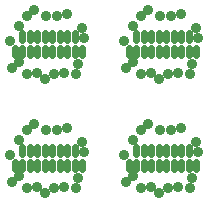
<source format=gts>
G75*
%MOIN*%
%OFA0B0*%
%FSLAX25Y25*%
%IPPOS*%
%LPD*%
%AMOC8*
5,1,8,0,0,1.08239X$1,22.5*
%
%ADD10C,0.02070*%
%ADD11C,0.03500*%
D10*
X0008085Y0015635D02*
X0008085Y0018365D01*
X0008315Y0018365D01*
X0008315Y0015635D01*
X0008085Y0015635D01*
X0008085Y0017704D02*
X0008315Y0017704D01*
X0010585Y0018365D02*
X0010585Y0015635D01*
X0010585Y0018365D02*
X0010815Y0018365D01*
X0010815Y0015635D01*
X0010585Y0015635D01*
X0010585Y0017704D02*
X0010815Y0017704D01*
X0013085Y0018365D02*
X0013085Y0015635D01*
X0013085Y0018365D02*
X0013315Y0018365D01*
X0013315Y0015635D01*
X0013085Y0015635D01*
X0013085Y0017704D02*
X0013315Y0017704D01*
X0015585Y0018365D02*
X0015585Y0015635D01*
X0015585Y0018365D02*
X0015815Y0018365D01*
X0015815Y0015635D01*
X0015585Y0015635D01*
X0015585Y0017704D02*
X0015815Y0017704D01*
X0018085Y0018365D02*
X0018085Y0015635D01*
X0018085Y0018365D02*
X0018315Y0018365D01*
X0018315Y0015635D01*
X0018085Y0015635D01*
X0018085Y0017704D02*
X0018315Y0017704D01*
X0020585Y0018365D02*
X0020585Y0015635D01*
X0020585Y0018365D02*
X0020815Y0018365D01*
X0020815Y0015635D01*
X0020585Y0015635D01*
X0020585Y0017704D02*
X0020815Y0017704D01*
X0023085Y0018365D02*
X0023085Y0015635D01*
X0023085Y0018365D02*
X0023315Y0018365D01*
X0023315Y0015635D01*
X0023085Y0015635D01*
X0023085Y0017704D02*
X0023315Y0017704D01*
X0025585Y0018365D02*
X0025585Y0015635D01*
X0025585Y0018365D02*
X0025815Y0018365D01*
X0025815Y0015635D01*
X0025585Y0015635D01*
X0025585Y0017704D02*
X0025815Y0017704D01*
X0028085Y0018365D02*
X0028085Y0015635D01*
X0028085Y0018365D02*
X0028315Y0018365D01*
X0028315Y0015635D01*
X0028085Y0015635D01*
X0028085Y0017704D02*
X0028315Y0017704D01*
X0030585Y0018365D02*
X0030585Y0015635D01*
X0030585Y0018365D02*
X0030815Y0018365D01*
X0030815Y0015635D01*
X0030585Y0015635D01*
X0030585Y0017704D02*
X0030815Y0017704D01*
X0028085Y0020635D02*
X0028085Y0023365D01*
X0028315Y0023365D01*
X0028315Y0020635D01*
X0028085Y0020635D01*
X0028085Y0022704D02*
X0028315Y0022704D01*
X0025585Y0023365D02*
X0025585Y0020635D01*
X0025585Y0023365D02*
X0025815Y0023365D01*
X0025815Y0020635D01*
X0025585Y0020635D01*
X0025585Y0022704D02*
X0025815Y0022704D01*
X0023085Y0023365D02*
X0023085Y0020635D01*
X0023085Y0023365D02*
X0023315Y0023365D01*
X0023315Y0020635D01*
X0023085Y0020635D01*
X0023085Y0022704D02*
X0023315Y0022704D01*
X0020585Y0023365D02*
X0020585Y0020635D01*
X0020585Y0023365D02*
X0020815Y0023365D01*
X0020815Y0020635D01*
X0020585Y0020635D01*
X0020585Y0022704D02*
X0020815Y0022704D01*
X0018085Y0023365D02*
X0018085Y0020635D01*
X0018085Y0023365D02*
X0018315Y0023365D01*
X0018315Y0020635D01*
X0018085Y0020635D01*
X0018085Y0022704D02*
X0018315Y0022704D01*
X0015585Y0023365D02*
X0015585Y0020635D01*
X0015585Y0023365D02*
X0015815Y0023365D01*
X0015815Y0020635D01*
X0015585Y0020635D01*
X0015585Y0022704D02*
X0015815Y0022704D01*
X0013085Y0023365D02*
X0013085Y0020635D01*
X0013085Y0023365D02*
X0013315Y0023365D01*
X0013315Y0020635D01*
X0013085Y0020635D01*
X0013085Y0022704D02*
X0013315Y0022704D01*
X0010585Y0023365D02*
X0010585Y0020635D01*
X0010585Y0023365D02*
X0010815Y0023365D01*
X0010815Y0020635D01*
X0010585Y0020635D01*
X0010585Y0022704D02*
X0010815Y0022704D01*
X0010585Y0053635D02*
X0010585Y0056365D01*
X0010815Y0056365D01*
X0010815Y0053635D01*
X0010585Y0053635D01*
X0010585Y0055704D02*
X0010815Y0055704D01*
X0013085Y0056365D02*
X0013085Y0053635D01*
X0013085Y0056365D02*
X0013315Y0056365D01*
X0013315Y0053635D01*
X0013085Y0053635D01*
X0013085Y0055704D02*
X0013315Y0055704D01*
X0015585Y0056365D02*
X0015585Y0053635D01*
X0015585Y0056365D02*
X0015815Y0056365D01*
X0015815Y0053635D01*
X0015585Y0053635D01*
X0015585Y0055704D02*
X0015815Y0055704D01*
X0018085Y0056365D02*
X0018085Y0053635D01*
X0018085Y0056365D02*
X0018315Y0056365D01*
X0018315Y0053635D01*
X0018085Y0053635D01*
X0018085Y0055704D02*
X0018315Y0055704D01*
X0020585Y0056365D02*
X0020585Y0053635D01*
X0020585Y0056365D02*
X0020815Y0056365D01*
X0020815Y0053635D01*
X0020585Y0053635D01*
X0020585Y0055704D02*
X0020815Y0055704D01*
X0023085Y0056365D02*
X0023085Y0053635D01*
X0023085Y0056365D02*
X0023315Y0056365D01*
X0023315Y0053635D01*
X0023085Y0053635D01*
X0023085Y0055704D02*
X0023315Y0055704D01*
X0025585Y0056365D02*
X0025585Y0053635D01*
X0025585Y0056365D02*
X0025815Y0056365D01*
X0025815Y0053635D01*
X0025585Y0053635D01*
X0025585Y0055704D02*
X0025815Y0055704D01*
X0028085Y0056365D02*
X0028085Y0053635D01*
X0028085Y0056365D02*
X0028315Y0056365D01*
X0028315Y0053635D01*
X0028085Y0053635D01*
X0028085Y0055704D02*
X0028315Y0055704D01*
X0030585Y0056365D02*
X0030585Y0053635D01*
X0030585Y0056365D02*
X0030815Y0056365D01*
X0030815Y0053635D01*
X0030585Y0053635D01*
X0030585Y0055704D02*
X0030815Y0055704D01*
X0028085Y0058635D02*
X0028085Y0061365D01*
X0028315Y0061365D01*
X0028315Y0058635D01*
X0028085Y0058635D01*
X0028085Y0060704D02*
X0028315Y0060704D01*
X0025585Y0061365D02*
X0025585Y0058635D01*
X0025585Y0061365D02*
X0025815Y0061365D01*
X0025815Y0058635D01*
X0025585Y0058635D01*
X0025585Y0060704D02*
X0025815Y0060704D01*
X0023085Y0061365D02*
X0023085Y0058635D01*
X0023085Y0061365D02*
X0023315Y0061365D01*
X0023315Y0058635D01*
X0023085Y0058635D01*
X0023085Y0060704D02*
X0023315Y0060704D01*
X0020585Y0061365D02*
X0020585Y0058635D01*
X0020585Y0061365D02*
X0020815Y0061365D01*
X0020815Y0058635D01*
X0020585Y0058635D01*
X0020585Y0060704D02*
X0020815Y0060704D01*
X0018085Y0061365D02*
X0018085Y0058635D01*
X0018085Y0061365D02*
X0018315Y0061365D01*
X0018315Y0058635D01*
X0018085Y0058635D01*
X0018085Y0060704D02*
X0018315Y0060704D01*
X0015585Y0061365D02*
X0015585Y0058635D01*
X0015585Y0061365D02*
X0015815Y0061365D01*
X0015815Y0058635D01*
X0015585Y0058635D01*
X0015585Y0060704D02*
X0015815Y0060704D01*
X0013085Y0061365D02*
X0013085Y0058635D01*
X0013085Y0061365D02*
X0013315Y0061365D01*
X0013315Y0058635D01*
X0013085Y0058635D01*
X0013085Y0060704D02*
X0013315Y0060704D01*
X0010585Y0061365D02*
X0010585Y0058635D01*
X0010585Y0061365D02*
X0010815Y0061365D01*
X0010815Y0058635D01*
X0010585Y0058635D01*
X0010585Y0060704D02*
X0010815Y0060704D01*
X0008085Y0056365D02*
X0008085Y0053635D01*
X0008085Y0056365D02*
X0008315Y0056365D01*
X0008315Y0053635D01*
X0008085Y0053635D01*
X0008085Y0055704D02*
X0008315Y0055704D01*
X0046085Y0056365D02*
X0046085Y0053635D01*
X0046085Y0056365D02*
X0046315Y0056365D01*
X0046315Y0053635D01*
X0046085Y0053635D01*
X0046085Y0055704D02*
X0046315Y0055704D01*
X0048585Y0056365D02*
X0048585Y0053635D01*
X0048585Y0056365D02*
X0048815Y0056365D01*
X0048815Y0053635D01*
X0048585Y0053635D01*
X0048585Y0055704D02*
X0048815Y0055704D01*
X0051085Y0056365D02*
X0051085Y0053635D01*
X0051085Y0056365D02*
X0051315Y0056365D01*
X0051315Y0053635D01*
X0051085Y0053635D01*
X0051085Y0055704D02*
X0051315Y0055704D01*
X0053585Y0056365D02*
X0053585Y0053635D01*
X0053585Y0056365D02*
X0053815Y0056365D01*
X0053815Y0053635D01*
X0053585Y0053635D01*
X0053585Y0055704D02*
X0053815Y0055704D01*
X0056085Y0056365D02*
X0056085Y0053635D01*
X0056085Y0056365D02*
X0056315Y0056365D01*
X0056315Y0053635D01*
X0056085Y0053635D01*
X0056085Y0055704D02*
X0056315Y0055704D01*
X0058585Y0056365D02*
X0058585Y0053635D01*
X0058585Y0056365D02*
X0058815Y0056365D01*
X0058815Y0053635D01*
X0058585Y0053635D01*
X0058585Y0055704D02*
X0058815Y0055704D01*
X0061085Y0056365D02*
X0061085Y0053635D01*
X0061085Y0056365D02*
X0061315Y0056365D01*
X0061315Y0053635D01*
X0061085Y0053635D01*
X0061085Y0055704D02*
X0061315Y0055704D01*
X0063585Y0056365D02*
X0063585Y0053635D01*
X0063585Y0056365D02*
X0063815Y0056365D01*
X0063815Y0053635D01*
X0063585Y0053635D01*
X0063585Y0055704D02*
X0063815Y0055704D01*
X0066085Y0056365D02*
X0066085Y0053635D01*
X0066085Y0056365D02*
X0066315Y0056365D01*
X0066315Y0053635D01*
X0066085Y0053635D01*
X0066085Y0055704D02*
X0066315Y0055704D01*
X0068585Y0056365D02*
X0068585Y0053635D01*
X0068585Y0056365D02*
X0068815Y0056365D01*
X0068815Y0053635D01*
X0068585Y0053635D01*
X0068585Y0055704D02*
X0068815Y0055704D01*
X0066085Y0058635D02*
X0066085Y0061365D01*
X0066315Y0061365D01*
X0066315Y0058635D01*
X0066085Y0058635D01*
X0066085Y0060704D02*
X0066315Y0060704D01*
X0063585Y0061365D02*
X0063585Y0058635D01*
X0063585Y0061365D02*
X0063815Y0061365D01*
X0063815Y0058635D01*
X0063585Y0058635D01*
X0063585Y0060704D02*
X0063815Y0060704D01*
X0061085Y0061365D02*
X0061085Y0058635D01*
X0061085Y0061365D02*
X0061315Y0061365D01*
X0061315Y0058635D01*
X0061085Y0058635D01*
X0061085Y0060704D02*
X0061315Y0060704D01*
X0058585Y0061365D02*
X0058585Y0058635D01*
X0058585Y0061365D02*
X0058815Y0061365D01*
X0058815Y0058635D01*
X0058585Y0058635D01*
X0058585Y0060704D02*
X0058815Y0060704D01*
X0056085Y0061365D02*
X0056085Y0058635D01*
X0056085Y0061365D02*
X0056315Y0061365D01*
X0056315Y0058635D01*
X0056085Y0058635D01*
X0056085Y0060704D02*
X0056315Y0060704D01*
X0053585Y0061365D02*
X0053585Y0058635D01*
X0053585Y0061365D02*
X0053815Y0061365D01*
X0053815Y0058635D01*
X0053585Y0058635D01*
X0053585Y0060704D02*
X0053815Y0060704D01*
X0051085Y0061365D02*
X0051085Y0058635D01*
X0051085Y0061365D02*
X0051315Y0061365D01*
X0051315Y0058635D01*
X0051085Y0058635D01*
X0051085Y0060704D02*
X0051315Y0060704D01*
X0048585Y0061365D02*
X0048585Y0058635D01*
X0048585Y0061365D02*
X0048815Y0061365D01*
X0048815Y0058635D01*
X0048585Y0058635D01*
X0048585Y0060704D02*
X0048815Y0060704D01*
X0048585Y0023365D02*
X0048585Y0020635D01*
X0048585Y0023365D02*
X0048815Y0023365D01*
X0048815Y0020635D01*
X0048585Y0020635D01*
X0048585Y0022704D02*
X0048815Y0022704D01*
X0051085Y0023365D02*
X0051085Y0020635D01*
X0051085Y0023365D02*
X0051315Y0023365D01*
X0051315Y0020635D01*
X0051085Y0020635D01*
X0051085Y0022704D02*
X0051315Y0022704D01*
X0053585Y0023365D02*
X0053585Y0020635D01*
X0053585Y0023365D02*
X0053815Y0023365D01*
X0053815Y0020635D01*
X0053585Y0020635D01*
X0053585Y0022704D02*
X0053815Y0022704D01*
X0056085Y0023365D02*
X0056085Y0020635D01*
X0056085Y0023365D02*
X0056315Y0023365D01*
X0056315Y0020635D01*
X0056085Y0020635D01*
X0056085Y0022704D02*
X0056315Y0022704D01*
X0058585Y0023365D02*
X0058585Y0020635D01*
X0058585Y0023365D02*
X0058815Y0023365D01*
X0058815Y0020635D01*
X0058585Y0020635D01*
X0058585Y0022704D02*
X0058815Y0022704D01*
X0061085Y0023365D02*
X0061085Y0020635D01*
X0061085Y0023365D02*
X0061315Y0023365D01*
X0061315Y0020635D01*
X0061085Y0020635D01*
X0061085Y0022704D02*
X0061315Y0022704D01*
X0063585Y0023365D02*
X0063585Y0020635D01*
X0063585Y0023365D02*
X0063815Y0023365D01*
X0063815Y0020635D01*
X0063585Y0020635D01*
X0063585Y0022704D02*
X0063815Y0022704D01*
X0066085Y0023365D02*
X0066085Y0020635D01*
X0066085Y0023365D02*
X0066315Y0023365D01*
X0066315Y0020635D01*
X0066085Y0020635D01*
X0066085Y0022704D02*
X0066315Y0022704D01*
X0066085Y0018365D02*
X0066085Y0015635D01*
X0066085Y0018365D02*
X0066315Y0018365D01*
X0066315Y0015635D01*
X0066085Y0015635D01*
X0066085Y0017704D02*
X0066315Y0017704D01*
X0068585Y0018365D02*
X0068585Y0015635D01*
X0068585Y0018365D02*
X0068815Y0018365D01*
X0068815Y0015635D01*
X0068585Y0015635D01*
X0068585Y0017704D02*
X0068815Y0017704D01*
X0063585Y0018365D02*
X0063585Y0015635D01*
X0063585Y0018365D02*
X0063815Y0018365D01*
X0063815Y0015635D01*
X0063585Y0015635D01*
X0063585Y0017704D02*
X0063815Y0017704D01*
X0061085Y0018365D02*
X0061085Y0015635D01*
X0061085Y0018365D02*
X0061315Y0018365D01*
X0061315Y0015635D01*
X0061085Y0015635D01*
X0061085Y0017704D02*
X0061315Y0017704D01*
X0058585Y0018365D02*
X0058585Y0015635D01*
X0058585Y0018365D02*
X0058815Y0018365D01*
X0058815Y0015635D01*
X0058585Y0015635D01*
X0058585Y0017704D02*
X0058815Y0017704D01*
X0056085Y0018365D02*
X0056085Y0015635D01*
X0056085Y0018365D02*
X0056315Y0018365D01*
X0056315Y0015635D01*
X0056085Y0015635D01*
X0056085Y0017704D02*
X0056315Y0017704D01*
X0053585Y0018365D02*
X0053585Y0015635D01*
X0053585Y0018365D02*
X0053815Y0018365D01*
X0053815Y0015635D01*
X0053585Y0015635D01*
X0053585Y0017704D02*
X0053815Y0017704D01*
X0051085Y0018365D02*
X0051085Y0015635D01*
X0051085Y0018365D02*
X0051315Y0018365D01*
X0051315Y0015635D01*
X0051085Y0015635D01*
X0051085Y0017704D02*
X0051315Y0017704D01*
X0048585Y0018365D02*
X0048585Y0015635D01*
X0048585Y0018365D02*
X0048815Y0018365D01*
X0048815Y0015635D01*
X0048585Y0015635D01*
X0048585Y0017704D02*
X0048815Y0017704D01*
X0046085Y0018365D02*
X0046085Y0015635D01*
X0046085Y0018365D02*
X0046315Y0018365D01*
X0046315Y0015635D01*
X0046085Y0015635D01*
X0046085Y0017704D02*
X0046315Y0017704D01*
D11*
X0007000Y0011500D03*
X0009500Y0013500D03*
X0012000Y0009500D03*
X0015500Y0010000D03*
X0018000Y0008000D03*
X0021000Y0009500D03*
X0024500Y0010000D03*
X0028500Y0009500D03*
X0029000Y0013000D03*
X0031000Y0021500D03*
X0030500Y0025000D03*
X0025500Y0029500D03*
X0022000Y0029000D03*
X0018500Y0029000D03*
X0014500Y0031000D03*
X0012000Y0029000D03*
X0009500Y0025500D03*
X0006500Y0020500D03*
X0018000Y0046000D03*
X0015500Y0048000D03*
X0012000Y0047500D03*
X0009500Y0051500D03*
X0007000Y0049500D03*
X0006500Y0058500D03*
X0009500Y0063500D03*
X0012000Y0067000D03*
X0014500Y0069000D03*
X0018500Y0067000D03*
X0022000Y0067000D03*
X0025500Y0067500D03*
X0030500Y0063000D03*
X0031000Y0059500D03*
X0029000Y0051000D03*
X0028500Y0047500D03*
X0024500Y0048000D03*
X0021000Y0047500D03*
X0044500Y0058500D03*
X0047500Y0063500D03*
X0050000Y0067000D03*
X0052500Y0069000D03*
X0056500Y0067000D03*
X0060000Y0067000D03*
X0063500Y0067500D03*
X0068500Y0063000D03*
X0069000Y0059500D03*
X0067000Y0051000D03*
X0066500Y0047500D03*
X0062500Y0048000D03*
X0059000Y0047500D03*
X0056000Y0046000D03*
X0053500Y0048000D03*
X0050000Y0047500D03*
X0047500Y0051500D03*
X0045000Y0049500D03*
X0052500Y0031000D03*
X0050000Y0029000D03*
X0047500Y0025500D03*
X0044500Y0020500D03*
X0047500Y0013500D03*
X0045000Y0011500D03*
X0050000Y0009500D03*
X0053500Y0010000D03*
X0056000Y0008000D03*
X0059000Y0009500D03*
X0062500Y0010000D03*
X0066500Y0009500D03*
X0067000Y0013000D03*
X0069000Y0021500D03*
X0068500Y0025000D03*
X0063500Y0029500D03*
X0060000Y0029000D03*
X0056500Y0029000D03*
M02*

</source>
